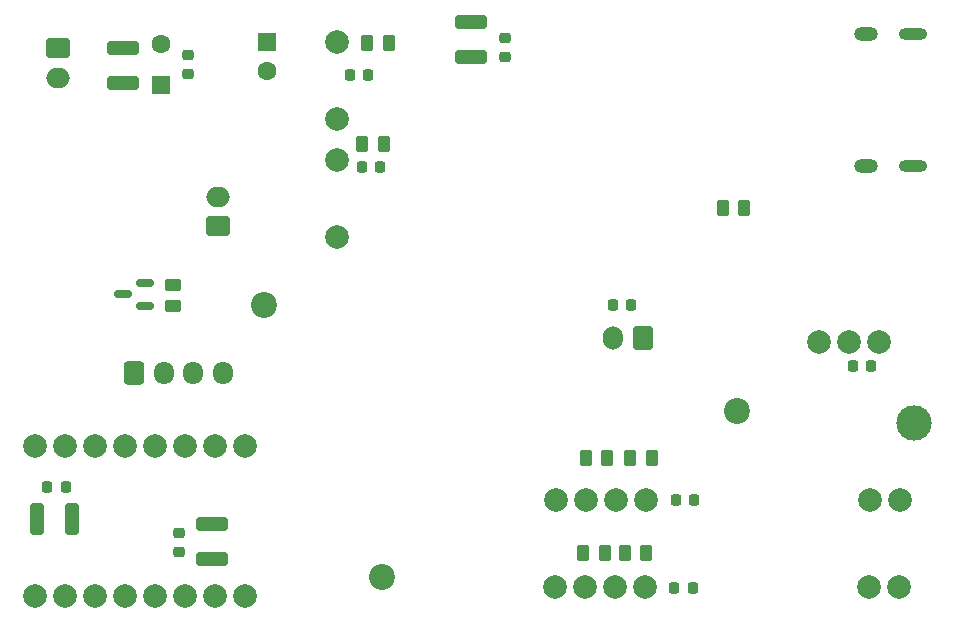
<source format=gbr>
%TF.GenerationSoftware,KiCad,Pcbnew,7.0.9-7.0.9~ubuntu22.04.1*%
%TF.CreationDate,2023-12-14T14:14:08+03:00*%
%TF.ProjectId,main-module,6d61696e-2d6d-46f6-9475-6c652e6b6963,rev?*%
%TF.SameCoordinates,Original*%
%TF.FileFunction,Soldermask,Bot*%
%TF.FilePolarity,Negative*%
%FSLAX46Y46*%
G04 Gerber Fmt 4.6, Leading zero omitted, Abs format (unit mm)*
G04 Created by KiCad (PCBNEW 7.0.9-7.0.9~ubuntu22.04.1) date 2023-12-14 14:14:08*
%MOMM*%
%LPD*%
G01*
G04 APERTURE LIST*
G04 Aperture macros list*
%AMRoundRect*
0 Rectangle with rounded corners*
0 $1 Rounding radius*
0 $2 $3 $4 $5 $6 $7 $8 $9 X,Y pos of 4 corners*
0 Add a 4 corners polygon primitive as box body*
4,1,4,$2,$3,$4,$5,$6,$7,$8,$9,$2,$3,0*
0 Add four circle primitives for the rounded corners*
1,1,$1+$1,$2,$3*
1,1,$1+$1,$4,$5*
1,1,$1+$1,$6,$7*
1,1,$1+$1,$8,$9*
0 Add four rect primitives between the rounded corners*
20,1,$1+$1,$2,$3,$4,$5,0*
20,1,$1+$1,$4,$5,$6,$7,0*
20,1,$1+$1,$6,$7,$8,$9,0*
20,1,$1+$1,$8,$9,$2,$3,0*%
G04 Aperture macros list end*
%ADD10C,2.000000*%
%ADD11RoundRect,0.250000X-0.750000X0.600000X-0.750000X-0.600000X0.750000X-0.600000X0.750000X0.600000X0*%
%ADD12O,2.000000X1.700000*%
%ADD13O,2.000000X1.200000*%
%ADD14O,2.400000X1.000000*%
%ADD15RoundRect,0.250000X-0.600000X-0.725000X0.600000X-0.725000X0.600000X0.725000X-0.600000X0.725000X0*%
%ADD16O,1.700000X1.950000*%
%ADD17C,2.200000*%
%ADD18R,1.600000X1.600000*%
%ADD19C,1.600000*%
%ADD20RoundRect,0.250000X0.750000X-0.600000X0.750000X0.600000X-0.750000X0.600000X-0.750000X-0.600000X0*%
%ADD21C,3.000000*%
%ADD22RoundRect,0.250000X0.600000X0.750000X-0.600000X0.750000X-0.600000X-0.750000X0.600000X-0.750000X0*%
%ADD23O,1.700000X2.000000*%
%ADD24RoundRect,0.250000X0.262500X0.450000X-0.262500X0.450000X-0.262500X-0.450000X0.262500X-0.450000X0*%
%ADD25RoundRect,0.225000X-0.225000X-0.250000X0.225000X-0.250000X0.225000X0.250000X-0.225000X0.250000X0*%
%ADD26RoundRect,0.250000X-0.450000X0.262500X-0.450000X-0.262500X0.450000X-0.262500X0.450000X0.262500X0*%
%ADD27RoundRect,0.225000X0.250000X-0.225000X0.250000X0.225000X-0.250000X0.225000X-0.250000X-0.225000X0*%
%ADD28RoundRect,0.250000X-1.100000X0.325000X-1.100000X-0.325000X1.100000X-0.325000X1.100000X0.325000X0*%
%ADD29RoundRect,0.250000X1.100000X-0.325000X1.100000X0.325000X-1.100000X0.325000X-1.100000X-0.325000X0*%
%ADD30RoundRect,0.225000X0.225000X0.250000X-0.225000X0.250000X-0.225000X-0.250000X0.225000X-0.250000X0*%
%ADD31RoundRect,0.150000X0.587500X0.150000X-0.587500X0.150000X-0.587500X-0.150000X0.587500X-0.150000X0*%
%ADD32RoundRect,0.250000X-0.262500X-0.450000X0.262500X-0.450000X0.262500X0.450000X-0.262500X0.450000X0*%
%ADD33RoundRect,0.250000X0.325000X1.100000X-0.325000X1.100000X-0.325000X-1.100000X0.325000X-1.100000X0*%
%ADD34RoundRect,0.225000X-0.250000X0.225000X-0.250000X-0.225000X0.250000X-0.225000X0.250000X0.225000X0*%
G04 APERTURE END LIST*
D10*
%TO.C,U13*%
X44560000Y-91675000D03*
X47100000Y-91675000D03*
X49640000Y-91675000D03*
X52180000Y-91675000D03*
X54720000Y-91675000D03*
X57260000Y-91675000D03*
X59800000Y-91675000D03*
X62340000Y-91675000D03*
X44560000Y-78975000D03*
X47100000Y-78975000D03*
X49640000Y-78975000D03*
X52180000Y-78975000D03*
X54720000Y-78975000D03*
X57260000Y-78975000D03*
X59800000Y-78975000D03*
X62340000Y-78975000D03*
%TD*%
D11*
%TO.C,J1*%
X46560000Y-45250000D03*
D12*
X46560000Y-47750000D03*
%TD*%
D10*
%TO.C,U7*%
X110995000Y-70100000D03*
X113535000Y-70100000D03*
X116075000Y-70100000D03*
%TD*%
D13*
%TO.C,J2*%
X114975000Y-55250000D03*
D14*
X118900000Y-55250000D03*
D13*
X114975000Y-44050000D03*
D14*
X118900000Y-44050000D03*
%TD*%
D15*
%TO.C,J6*%
X53000000Y-72800000D03*
D16*
X55500000Y-72800000D03*
X58000000Y-72800000D03*
X60500000Y-72800000D03*
%TD*%
D10*
%TO.C,SW1*%
X70135000Y-51275000D03*
X70135000Y-44775000D03*
%TD*%
D17*
%TO.C,H3*%
X74000000Y-90000000D03*
%TD*%
D18*
%TO.C,C17*%
X64235000Y-44700000D03*
D19*
X64235000Y-47200000D03*
%TD*%
D17*
%TO.C,H2*%
X64000000Y-67000000D03*
%TD*%
D18*
%TO.C,C4*%
X55235000Y-48400000D03*
D19*
X55235000Y-44900000D03*
%TD*%
D20*
%TO.C,J3*%
X60110000Y-60350000D03*
D12*
X60110000Y-57850000D03*
%TD*%
D10*
%TO.C,U6*%
X117800000Y-83500000D03*
X115260000Y-83500000D03*
X96300000Y-83500000D03*
X93760000Y-83500000D03*
X91220000Y-83500000D03*
X88680000Y-83500000D03*
%TD*%
%TO.C,SW2*%
X70135000Y-54750000D03*
X70135000Y-61250000D03*
%TD*%
D21*
%TO.C,TP1*%
X119000000Y-77000000D03*
%TD*%
D10*
%TO.C,U10*%
X117735000Y-90900000D03*
X115195000Y-90900000D03*
X96235000Y-90900000D03*
X93695000Y-90900000D03*
X91155000Y-90900000D03*
X88615000Y-90900000D03*
%TD*%
D22*
%TO.C,J5*%
X96050000Y-69800000D03*
D23*
X93550000Y-69800000D03*
%TD*%
D17*
%TO.C,H4*%
X104000000Y-76000000D03*
%TD*%
D24*
%TO.C,R20*%
X96347500Y-88000000D03*
X94522500Y-88000000D03*
%TD*%
D25*
%TO.C,C26*%
X93525000Y-67000000D03*
X95075000Y-67000000D03*
%TD*%
D26*
%TO.C,R3*%
X56285560Y-65287500D03*
X56285560Y-67112500D03*
%TD*%
D24*
%TO.C,R22*%
X74147500Y-53400000D03*
X72322500Y-53400000D03*
%TD*%
%TO.C,R11*%
X93057500Y-80000000D03*
X91232500Y-80000000D03*
%TD*%
D25*
%TO.C,C34*%
X72285000Y-55300000D03*
X73835000Y-55300000D03*
%TD*%
D27*
%TO.C,C20*%
X84400000Y-45975000D03*
X84400000Y-44425000D03*
%TD*%
D28*
%TO.C,C19*%
X81500000Y-43025000D03*
X81500000Y-45975000D03*
%TD*%
D24*
%TO.C,R19*%
X92847500Y-88000000D03*
X91022500Y-88000000D03*
%TD*%
D29*
%TO.C,C27*%
X59625000Y-88500000D03*
X59625000Y-85550000D03*
%TD*%
D30*
%TO.C,C31*%
X47200000Y-82425000D03*
X45650000Y-82425000D03*
%TD*%
D25*
%TO.C,C14*%
X113860000Y-72200000D03*
X115410000Y-72200000D03*
%TD*%
D31*
%TO.C,Q1*%
X53923060Y-65150000D03*
X53923060Y-67050000D03*
X52048060Y-66100000D03*
%TD*%
D24*
%TO.C,R12*%
X96807500Y-80000000D03*
X94982500Y-80000000D03*
%TD*%
D25*
%TO.C,C15*%
X98870000Y-83500000D03*
X100420000Y-83500000D03*
%TD*%
D27*
%TO.C,C1*%
X57535000Y-47422349D03*
X57535000Y-45872349D03*
%TD*%
D29*
%TO.C,C2*%
X52035000Y-48222349D03*
X52035000Y-45272349D03*
%TD*%
D32*
%TO.C,R6*%
X102837500Y-58800000D03*
X104662500Y-58800000D03*
%TD*%
D25*
%TO.C,C24*%
X98725000Y-91000000D03*
X100275000Y-91000000D03*
%TD*%
D24*
%TO.C,R10*%
X74547500Y-44800000D03*
X72722500Y-44800000D03*
%TD*%
D33*
%TO.C,C32*%
X47700000Y-85125000D03*
X44750000Y-85125000D03*
%TD*%
D34*
%TO.C,C29*%
X56825000Y-86350000D03*
X56825000Y-87900000D03*
%TD*%
D30*
%TO.C,C16*%
X72810000Y-47500000D03*
X71260000Y-47500000D03*
%TD*%
M02*

</source>
